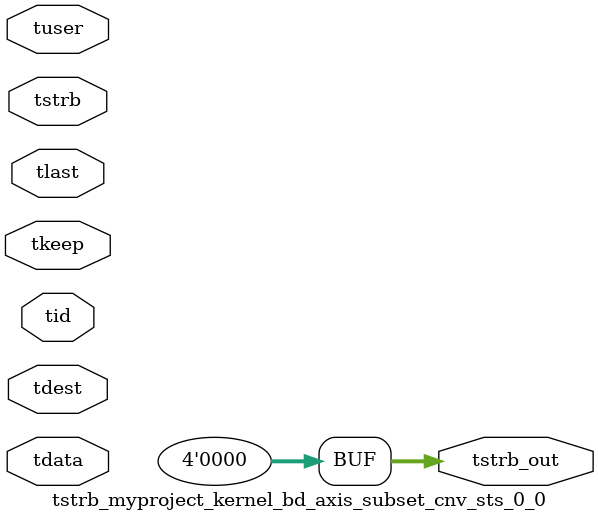
<source format=v>


`timescale 1ps/1ps

module tstrb_myproject_kernel_bd_axis_subset_cnv_sts_0_0 #
(
parameter C_S_AXIS_TDATA_WIDTH = 32,
parameter C_S_AXIS_TUSER_WIDTH = 0,
parameter C_S_AXIS_TID_WIDTH   = 0,
parameter C_S_AXIS_TDEST_WIDTH = 0,
parameter C_M_AXIS_TDATA_WIDTH = 32
)
(
input  [(C_S_AXIS_TDATA_WIDTH == 0 ? 1 : C_S_AXIS_TDATA_WIDTH)-1:0     ] tdata,
input  [(C_S_AXIS_TUSER_WIDTH == 0 ? 1 : C_S_AXIS_TUSER_WIDTH)-1:0     ] tuser,
input  [(C_S_AXIS_TID_WIDTH   == 0 ? 1 : C_S_AXIS_TID_WIDTH)-1:0       ] tid,
input  [(C_S_AXIS_TDEST_WIDTH == 0 ? 1 : C_S_AXIS_TDEST_WIDTH)-1:0     ] tdest,
input  [(C_S_AXIS_TDATA_WIDTH/8)-1:0 ] tkeep,
input  [(C_S_AXIS_TDATA_WIDTH/8)-1:0 ] tstrb,
input                                                                    tlast,
output [(C_M_AXIS_TDATA_WIDTH/8)-1:0 ] tstrb_out
);

assign tstrb_out = {1'b0};

endmodule


</source>
